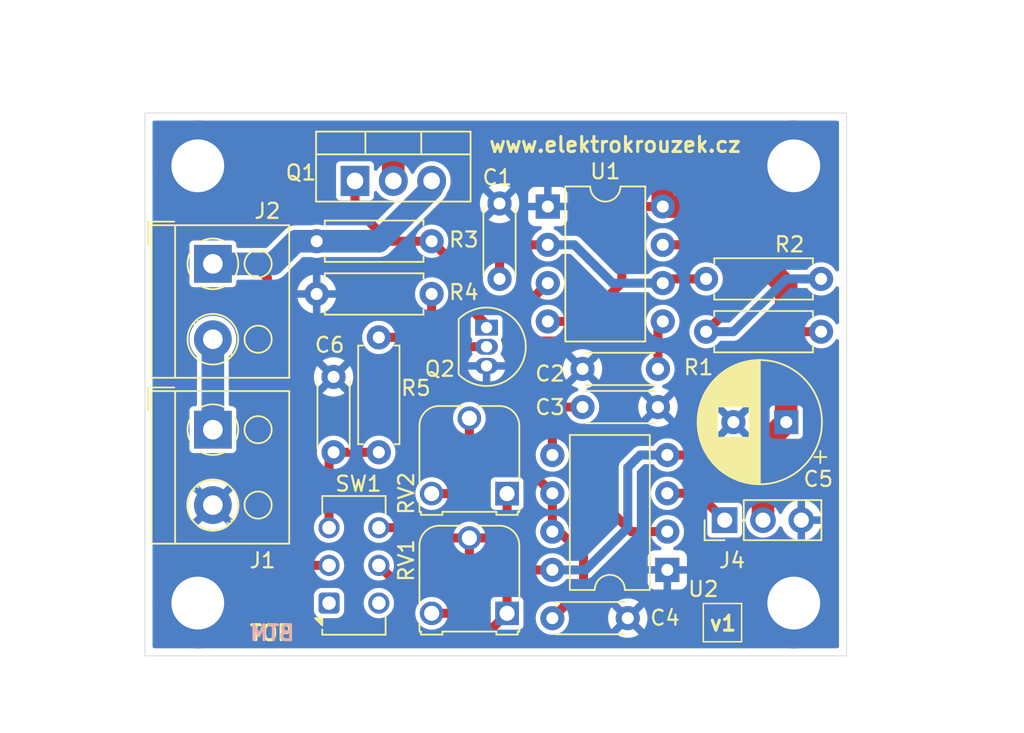
<source format=kicad_pcb>
(kicad_pcb (version 20240108) (generator "pcbnew") (generator_version "8.0")
  (layers (0 "F.Cu" signal) (31 "B.Cu" signal) (34 "B.Paste" user) (35 "F.Paste" user) (36 "B.SilkS" user "B.Silkscreen") (37 "F.SilkS" user "F.Silkscreen") (38 "B.Mask" user) (39 "F.Mask" user) (44 "Edge.Cuts" user))
  (net 0 "")
  (net 1 "Net-(U1-THR)")
  (net 2 "GND")
  (net 3 "Net-(U1-CV)")
  (net 4 "Net-(U2-CV)")
  (net 5 "Net-(U2-DIS)")
  (net 6 "VCC")
  (net 7 "ON")
  (net 8 "Net-(J1-Pin_1)")
  (net 9 "+6V")
  (net 10 "Net-(J4-Pin_1)")
  (net 11 "Net-(Q1-G)")
  (net 12 "Net-(Q2-B)")
  (net 13 "Net-(U1-DIS)")
  (net 14 "Net-(RV1-Pad2)")
  (net 17 "Net-(U1-Q)")
  (footprint "Capacitor_THT:C_Disc_D4.3mm_W1.9mm_P5.00mm" (layer "F.Cu") (at 159 80)
    (property "Reference" "C3" (at -2.155 0.01 0) (layer "F.SilkS"))
    (property "Value" "10n")
    (pad "1" thru_hole circle (at 0 0) (size 1.6 1.6) (drill 0.8) (layers "*.Cu" "*.Mask") (net 4 "Net-(U2-CV)"))
    (pad "2" thru_hole circle (at 5 0) (size 1.6 1.6) (drill 0.8) (layers "*.Cu" "*.Mask") (net 2 "GND"))
  )
  (footprint "TerminalBlock_RND:TerminalBlock_RND_205-00001_1x02_P5.00mm_Horizontal" (layer "F.Cu") (at 134.5 81.5 -90)
    (property "Reference" "J1" (at 8.67 -3.295 360) (layer "F.SilkS"))
    (property "Value" "Screw_Terminal_01x02")
    (pad "1" thru_hole rect (at 0 0 270) (size 2.5 2.5) (drill 1.3) (layers "*.Cu" "*.Mask") (net 8 "Net-(J1-Pin_1)"))
    (pad "2" thru_hole circle (at 5 0 270) (size 2.5 2.5) (drill 1.3) (layers "*.Cu" "*.Mask") (net 2 "GND"))
  )
  (footprint "TerminalBlock_RND:TerminalBlock_RND_205-00001_1x02_P5.00mm_Horizontal" (layer "F.Cu") (at 134.5 70.5 -90)
    (property "Reference" "J2" (at -3.5075 -3.6125 0) (layer "F.SilkS"))
    (property "Value" "Screw_Terminal_01x02")
    (pad "1" thru_hole rect (at 0 0 270) (size 2.5 2.5) (drill 1.3) (layers "*.Cu" "*.Mask") (net 9 "+6V"))
    (pad "2" thru_hole circle (at 5 0 270) (size 2.5 2.5) (drill 1.3) (layers "*.Cu" "*.Mask") (net 8 "Net-(J1-Pin_1)"))
  )
  (footprint "Button_Switch_THT:SW_CK_JS202011CQN_DPDT_Straight" (layer "F.Cu") (at 142.2 93 90)
    (property "Reference" "SW1" (at 7.91 1.945 180) (layer "F.SilkS"))
    (property "Value" "DPDT")
    (pad "1" thru_hole roundrect (at 0 0 90) (size 1.4 1.4) (drill 0.9) (layers "*.Cu" "*.Mask") (roundrect_rratio 0.1785714286))
    (pad "2" thru_hole circle (at 2.5 0 90) (size 1.4 1.4) (drill 0.9) (layers "*.Cu" "*.Mask") (net 9 "+6V"))
    (pad "3" thru_hole circle (at 5 0 90) (size 1.4 1.4) (drill 0.9) (layers "*.Cu" "*.Mask") (net 7 "ON"))
    (pad "4" thru_hole circle (at 5 3.3 90) (size 1.4 1.4) (drill 0.9) (layers "*.Cu" "*.Mask") (net 14 "Net-(RV1-Pad2)"))
    (pad "5" thru_hole circle (at 2.5 3.3 90) (size 1.4 1.4) (drill 0.9) (layers "*.Cu" "*.Mask") (net 6 "VCC"))
    (pad "6" thru_hole circle (at 0 3.3 90) (size 1.4 1.4) (drill 0.9) (layers "*.Cu" "*.Mask"))
  )
  (footprint "Capacitor_THT:C_Disc_D4.3mm_W1.9mm_P5.00mm" (layer "F.Cu") (at 164 77.47 180)
    (property "Reference" "C2" (at 7.155 -0.3175 360) (layer "F.SilkS"))
    (property "Value" "10n")
    (pad "1" thru_hole circle (at 0 0 180) (size 1.6 1.6) (drill 0.8) (layers "*.Cu" "*.Mask") (net 3 "Net-(U1-CV)"))
    (pad "2" thru_hole circle (at 5 0 180) (size 1.6 1.6) (drill 0.8) (layers "*.Cu" "*.Mask") (net 2 "GND"))
  )
  (footprint "Resistor_THT:R_Axial_DIN0207_L6.3mm_D2.5mm_P7.62mm_Horizontal" (layer "F.Cu") (at 174.81 75 180)
    (property "Reference" "R1" (at 8.1225 -2.37 360) (layer "F.SilkS"))
    (property "Value" "270k")
    (pad "1" thru_hole circle (at 0 0 180) (size 1.6 1.6) (drill 0.8) (layers "*.Cu" "*.Mask") (net 6 "VCC"))
    (pad "2" thru_hole oval (at 7.62 0 180) (size 1.6 1.6) (drill 0.8) (layers "*.Cu" "*.Mask") (net 13 "Net-(U1-DIS)"))
  )
  (footprint "Capacitor_THT:C_Disc_D4.3mm_W1.9mm_P5.00mm" (layer "F.Cu") (at 142.5 78 -90)
    (property "Reference" "C6" (at -2.1175 0.26 180) (layer "F.SilkS"))
    (property "Value" "1u")
    (pad "1" thru_hole circle (at 0 0 270) (size 1.6 1.6) (drill 0.8) (layers "*.Cu" "*.Mask") (net 2 "GND"))
    (pad "2" thru_hole circle (at 5 0 270) (size 1.6 1.6) (drill 0.8) (layers "*.Cu" "*.Mask") (net 7 "ON"))
  )
  (footprint "Potentiometer_THT:Potentiometer_Runtron_RM-065_Vertical" (layer "F.Cu") (at 154 85.74 180)
    (property "Reference" "RV2" (at 6.68 0.015 90) (layer "F.SilkS"))
    (property "Value" "10k")
    (pad "1" thru_hole rect (at 0 0 180) (size 1.56 1.56) (drill 1) (layers "*.Cu" "*.Mask") (net 14 "Net-(RV1-Pad2)"))
    (pad "2" thru_hole circle (at 2.5 5 180) (size 1.56 1.56) (drill 1) (layers "*.Cu" "*.Mask") (net 5 "Net-(U2-DIS)"))
    (pad "3" thru_hole circle (at 5 0 180) (size 1.56 1.56) (drill 1) (layers "*.Cu" "*.Mask") (net 5 "Net-(U2-DIS)"))
  )
  (footprint "Capacitor_THT:CP_Radial_D8.0mm_P3.50mm" (layer "F.Cu") (at 172.5 81 180)
    (property "Reference" "C5" (at -2.125 -3.7725 360) (layer "F.SilkS"))
    (property "Value" "470uF/16V")
    (pad "1" thru_hole rect (at 0 0 180) (size 1.6 1.6) (drill 0.8) (layers "*.Cu" "*.Mask") (net 6 "VCC"))
    (pad "2" thru_hole circle (at 3.5 0 180) (size 1.6 1.6) (drill 0.8) (layers "*.Cu" "*.Mask") (net 2 "GND"))
  )
  (footprint "Resistor_THT:R_Axial_DIN0207_L6.3mm_D2.5mm_P7.62mm_Horizontal" (layer "F.Cu") (at 141.38 69)
    (property "Reference" "R3" (at 9.75 -0.1025 0) (layer "F.SilkS"))
    (property "Value" "1M")
    (pad "1" thru_hole circle (at 0 0) (size 1.6 1.6) (drill 0.8) (layers "*.Cu" "*.Mask") (net 9 "+6V"))
    (pad "2" thru_hole oval (at 7.62 0) (size 1.6 1.6) (drill 0.8) (layers "*.Cu" "*.Mask") (net 11 "Net-(Q1-G)"))
  )
  (footprint "Package_DIP:DIP-8_W7.62mm" (layer "F.Cu") (at 156.7 66.7)
    (property "Reference" "U1" (at 3.81 -2.33 0) (layer "F.SilkS"))
    (property "Value" "NE555P")
    (pad "1" thru_hole rect (at 0 0) (size 1.6 1.6) (drill 0.8) (layers "*.Cu" "*.Mask") (net 2 "GND"))
    (pad "2" thru_hole oval (at 0 2.54) (size 1.6 1.6) (drill 0.8) (layers "*.Cu" "*.Mask") (net 1 "Net-(U1-THR)"))
    (pad "3" thru_hole oval (at 0 5.08) (size 1.6 1.6) (drill 0.8) (layers "*.Cu" "*.Mask") (net 17 "Net-(U1-Q)"))
    (pad "4" thru_hole oval (at 0 7.62) (size 1.6 1.6) (drill 0.8) (layers "*.Cu" "*.Mask") (net 6 "VCC"))
    (pad "5" thru_hole oval (at 7.62 7.62) (size 1.6 1.6) (drill 0.8) (layers "*.Cu" "*.Mask") (net 3 "Net-(U1-CV)"))
    (pad "6" thru_hole oval (at 7.62 5.08) (size 1.6 1.6) (drill 0.8) (layers "*.Cu" "*.Mask") (net 1 "Net-(U1-THR)"))
    (pad "7" thru_hole oval (at 7.62 2.54) (size 1.6 1.6) (drill 0.8) (layers "*.Cu" "*.Mask") (net 13 "Net-(U1-DIS)"))
    (pad "8" thru_hole oval (at 7.62 0) (size 1.6 1.6) (drill 0.8) (layers "*.Cu" "*.Mask") (net 6 "VCC"))
  )
  (footprint "Resistor_THT:R_Axial_DIN0207_L6.3mm_D2.5mm_P7.62mm_Horizontal" (layer "F.Cu") (at 174.81 71.5 180)
    (property "Reference" "R2" (at 2.09 2.285 360) (layer "F.SilkS"))
    (property "Value" "10k")
    (pad "1" thru_hole circle (at 0 0 180) (size 1.6 1.6) (drill 0.8) (layers "*.Cu" "*.Mask") (net 13 "Net-(U1-DIS)"))
    (pad "2" thru_hole oval (at 7.62 0 180) (size 1.6 1.6) (drill 0.8) (layers "*.Cu" "*.Mask") (net 1 "Net-(U1-THR)"))
  )
  (footprint "Connector_PinHeader_2.54mm:PinHeader_1x03_P2.54mm_Vertical" (layer "F.Cu") (at 168.42 87.5 90)
    (property "Reference" "J4" (at -2.67 0.49 180) (layer "F.SilkS"))
    (property "Value" "Servo")
    (pad "1" thru_hole rect (at 0 0 90) (size 1.7 1.7) (drill 1) (layers "*.Cu" "*.Mask") (net 10 "Net-(J4-Pin_1)"))
    (pad "2" thru_hole oval (at 0 2.54 90) (size 1.7 1.7) (drill 1) (layers "*.Cu" "*.Mask") (net 6 "VCC"))
    (pad "3" thru_hole oval (at 0 5.08 90) (size 1.7 1.7) (drill 1) (layers "*.Cu" "*.Mask") (net 2 "GND"))
  )
  (footprint "Package_TO_SOT_THT:TO-92_Inline" (layer "F.Cu") (at 152.64 74.73 -90)
    (property "Reference" "Q2" (at 2.74 3.0975 180) (layer "F.SilkS"))
    (property "Value" "BC548")
    (pad "1" thru_hole rect (at 0 0 270) (size 1.05 1.5) (drill 0.75) (layers "*.Cu" "*.Mask") (net 11 "Net-(Q1-G)"))
    (pad "2" thru_hole oval (at 1.27 0 270) (size 1.05 1.5) (drill 0.75) (layers "*.Cu" "*.Mask") (net 12 "Net-(Q2-B)"))
    (pad "3" thru_hole oval (at 2.54 0 270) (size 1.05 1.5) (drill 0.75) (layers "*.Cu" "*.Mask") (net 2 "GND"))
  )
  (footprint "Capacitor_THT:C_Disc_D4.3mm_W1.9mm_P5.00mm" (layer "F.Cu") (at 157 94)
    (property "Reference" "C4" (at 7.465 -0.02 0) (layer "F.SilkS"))
    (property "Value" "100n")
    (pad "1" thru_hole circle (at 0 0) (size 1.6 1.6) (drill 0.8) (layers "*.Cu" "*.Mask") (net 5 "Net-(U2-DIS)"))
    (pad "2" thru_hole circle (at 5 0) (size 1.6 1.6) (drill 0.8) (layers "*.Cu" "*.Mask") (net 2 "GND"))
  )
  (footprint "Capacitor_THT:C_Disc_D4.3mm_W1.9mm_P5.00mm" (layer "F.Cu") (at 153.5 71.5 90)
    (property "Reference" "C1" (at 6.73 -0.1475 180) (layer "F.SilkS"))
    (property "Value" "100n")
    (pad "1" thru_hole circle (at 0 0 90) (size 1.6 1.6) (drill 0.8) (layers "*.Cu" "*.Mask") (net 1 "Net-(U1-THR)"))
    (pad "2" thru_hole circle (at 5 0 90) (size 1.6 1.6) (drill 0.8) (layers "*.Cu" "*.Mask") (net 2 "GND"))
  )
  (footprint "Package_TO_SOT_THT:TO-220-3_Vertical" (layer "F.Cu") (at 143.92 65)
    (property "Reference" "Q1" (at -3.585 -0.5475 360) (layer "F.SilkS"))
    (property "Value" "IRF9540N")
    (pad "1" thru_hole rect (at 0 0) (size 1.905 2) (drill 1.1) (layers "*.Cu" "*.Mask") (net 11 "Net-(Q1-G)"))
    (pad "2" thru_hole oval (at 2.54 0) (size 1.905 2) (drill 1.1) (layers "*.Cu" "*.Mask") (net 6 "VCC"))
    (pad "3" thru_hole oval (at 5.08 0) (size 1.905 2) (drill 1.1) (layers "*.Cu" "*.Mask") (net 9 "+6V"))
  )
  (footprint "Potentiometer_THT:Potentiometer_Runtron_RM-065_Vertical" (layer "F.Cu") (at 154 93.68 180)
    (property "Reference" "RV1" (at 6.68 3.51 90) (layer "F.SilkS"))
    (property "Value" "22k")
    (pad "1" thru_hole rect (at 0 0 180) (size 1.56 1.56) (drill 1) (layers "*.Cu" "*.Mask") (net 6 "VCC"))
    (pad "2" thru_hole circle (at 2.5 5 180) (size 1.56 1.56) (drill 1) (layers "*.Cu" "*.Mask") (net 14 "Net-(RV1-Pad2)"))
    (pad "3" thru_hole circle (at 5 0 180) (size 1.56 1.56) (drill 1) (layers "*.Cu" "*.Mask") (net 14 "Net-(RV1-Pad2)"))
  )
  (footprint "Resistor_THT:R_Axial_DIN0207_L6.3mm_D2.5mm_P7.62mm_Horizontal" (layer "F.Cu") (at 149 72.5 180)
    (property "Reference" "R4" (at -2.13 0.11 360) (layer "F.SilkS"))
    (property "Value" "1M")
    (pad "1" thru_hole circle (at 0 0 180) (size 1.6 1.6) (drill 0.8) (layers "*.Cu" "*.Mask") (net 12 "Net-(Q2-B)"))
    (pad "2" thru_hole oval (at 7.62 0 180) (size 1.6 1.6) (drill 0.8) (layers "*.Cu" "*.Mask") (net 2 "GND"))
  )
  (footprint "Package_DIP:DIP-8_W7.62mm" (layer "F.Cu") (at 164.62 90.8 180)
    (property "Reference" "U2" (at -2.385 -1.275 360) (layer "F.SilkS"))
    (property "Value" "NE555P")
    (pad "1" thru_hole rect (at 0 0 180) (size 1.6 1.6) (drill 0.8) (layers "*.Cu" "*.Mask") (net 2 "GND"))
    (pad "2" thru_hole oval (at 0 2.54 180) (size 1.6 1.6) (drill 0.8) (layers "*.Cu" "*.Mask") (net 17 "Net-(U1-Q)"))
    (pad "3" thru_hole oval (at 0 5.08 180) (size 1.6 1.6) (drill 0.8) (layers "*.Cu" "*.Mask") (net 10 "Net-(J4-Pin_1)"))
    (pad "4" thru_hole oval (at 0 7.62 180) (size 1.6 1.6) (drill 0.8) (layers "*.Cu" "*.Mask") (net 6 "VCC"))
    (pad "5" thru_hole oval (at 7.62 7.62 180) (size 1.6 1.6) (drill 0.8) (layers "*.Cu" "*.Mask") (net 4 "Net-(U2-CV)"))
    (pad "6" thru_hole oval (at 7.62 5.08 180) (size 1.6 1.6) (drill 0.8) (layers "*.Cu" "*.Mask") (net 5 "Net-(U2-DIS)"))
    (pad "7" thru_hole oval (at 7.62 2.54 180) (size 1.6 1.6) (drill 0.8) (layers "*.Cu" "*.Mask") (net 5 "Net-(U2-DIS)"))
    (pad "8" thru_hole oval (at 7.62 0 180) (size 1.6 1.6) (drill 0.8) (layers "*.Cu" "*.Mask") (net 6 "VCC"))
  )
  (footprint "Resistor_THT:R_Axial_DIN0207_L6.3mm_D2.5mm_P7.62mm_Horizontal" (layer "F.Cu") (at 145.5 83 90)
    (property "Reference" "R5" (at 4.26 2.455 180) (layer "F.SilkS"))
    (property "Value" "100k")
    (pad "1" thru_hole circle (at 0 0 90) (size 1.6 1.6) (drill 0.8) (layers "*.Cu" "*.Mask") (net 7 "ON"))
    (pad "2" thru_hole oval (at 7.62 0 90) (size 1.6 1.6) (drill 0.8) (layers "*.Cu" "*.Mask") (net 12 "Net-(Q2-B)"))
  )
  (gr_line (start 169.545 93.0275) (end 167.005 93.0275) (stroke (width 0.1)) (layer "F.SilkS"))
  (gr_line (start 167.005 93.0275) (end 167.005 93.6625) (stroke (width 0.1)) (layer "F.SilkS"))
  (gr_line (start 167.005 93.6625) (end 167.005 95.5675) (stroke (width 0.1)) (layer "F.SilkS"))
  (gr_line (start 169.545 95.5675) (end 169.545 93.0275) (stroke (width 0.1)) (layer "F.SilkS"))
  (gr_line (start 167.005 95.5675) (end 169.545 95.5675) (stroke (width 0.1)) (layer "F.SilkS"))
  (gr_line (start 176.5 60.5) (end 176.5 96.5) (stroke (width 0.05)) (layer "Edge.Cuts"))
  (gr_line (start 130 60.5) (end 176.5 60.5) (stroke (width 0.05)) (layer "Edge.Cuts"))
  (gr_line (start 176.5 96.5) (end 130 96.5) (stroke (width 0.05)) (layer "Edge.Cuts"))
  (gr_line (start 130 96.5) (end 130 60.5) (stroke (width 0.05)) (layer "Edge.Cuts"))
  (gr_text "BTM" (at 140.0175 95.5675 0) (layer "B.SilkS") (effects (font (size 1 1) (thickness 0.2) (bold yes)) (justify left bottom mirror)))
  (gr_text "TOP" (at 136.8425 95.5675 0) (layer "F.SilkS") (effects (font (size 1 1) (thickness 0.2) (bold yes)) (justify left bottom)))
  (gr_text "v1" (at 167.3225 94.9325 0) (layer "F.SilkS") (effects (font (size 1 1) (thickness 0.2) (bold yes)) (justify left bottom)))
  (gr_text "www.elektrokrouzek.cz" (at 152.7175 63.1825 0) (layer "F.SilkS") (effects (font (size 1 1) (thickness 0.2) (bold yes)) (justify left bottom)))
  (segment (start 153.5 70.3375) (end 153.5 71.5) (width 0.6) (layer "F.Cu") (net 1))
  (segment (start 167.19 71.5) (end 164.6 71.5) (width 0.6) (layer "F.Cu") (net 1))
  (segment (start 164.6 71.5) (end 164.32 71.78) (width 0.6) (layer "F.Cu") (net 1))
  (segment (start 154.5975 69.24) (end 153.5 70.3375) (width 0.6) (layer "F.Cu") (net 1))
  (segment (start 156.7 69.24) (end 154.5975 69.24) (width 0.6) (layer "F.Cu") (net 1))
  (segment (start 158.4575 69.24) (end 156.7 69.24) (width 0.6) (layer "B.Cu") (net 1))
  (segment (start 160.9975 71.78) (end 158.4575 69.24) (width 0.6) (layer "B.Cu") (net 1))
  (segment (start 164.32 71.78) (end 160.9975 71.78) (width 0.6) (layer "B.Cu") (net 1))
  (via (at 173 93) (size 6) (drill 3.5) (layers "F.Cu" "B.Cu") (net 2))
  (via (at 173 64) (size 6) (drill 3.5) (layers "F.Cu" "B.Cu") (net 2))
  (via (at 133.5 93) (size 6) (drill 3.5) (layers "F.Cu" "B.Cu") (net 2))
  (via (at 133.5 64) (size 6) (drill 3.5) (layers "F.Cu" "B.Cu") (net 2))
  (segment (start 164 74.64) (end 164.32 74.32) (width 0.6) (layer "F.Cu") (net 3))
  (segment (start 164 77.47) (end 164 74.64) (width 0.6) (layer "F.Cu") (net 3))
  (segment (start 157 83.18) (end 157 80.49) (width 0.6) (layer "F.Cu") (net 4))
  (segment (start 157.49 80) (end 159 80) (width 0.6) (layer "F.Cu") (net 4))
  (segment (start 157 80.49) (end 157.49 80) (width 0.6) (layer "F.Cu") (net 4))
  (segment (start 157 88.26) (end 157.475 88.26) (width 0.6) (layer "F.Cu") (net 5))
  (segment (start 157 85.72) (end 154.7825 83.5025) (width 0.6) (layer "F.Cu") (net 5))
  (segment (start 151.5 85.355) (end 151.13 85.725) (width 0.6) (layer "F.Cu") (net 5))
  (segment (start 157 94) (end 159.0675 91.9325) (width 0.6) (layer "F.Cu") (net 5))
  (segment (start 151.13 85.725) (end 150.1775 85.725) (width 0.6) (layer "F.Cu") (net 5))
  (segment (start 150.1625 85.74) (end 149 85.74) (width 0.6) (layer "F.Cu") (net 5))
  (segment (start 159.0675 91.9325) (end 159.0675 89.8525) (width 0.6) (layer "F.Cu") (net 5))
  (segment (start 157 88.26) (end 157 85.72) (width 0.6) (layer "F.Cu") (net 5))
  (segment (start 157.475 88.26) (end 159.0675 89.8525) (width 0.6) (layer "F.Cu") (net 5))
  (segment (start 151.5 80.74) (end 151.5 83.5025) (width 0.6) (layer "F.Cu") (net 5))
  (segment (start 154.7825 83.5025) (end 151.5 83.5025) (width 0.6) (layer "F.Cu") (net 5))
  (segment (start 150.1775 85.725) (end 150.1625 85.74) (width 0.6) (layer "F.Cu") (net 5))
  (segment (start 151.5 83.5025) (end 151.5 85.355) (width 0.6) (layer "F.Cu") (net 5))
  (segment (start 164.32 66.7) (end 162.535 66.7) (width 0.6) (layer "F.Cu") (net 6))
  (segment (start 172.5 75) (end 172.5 81) (width 1.5) (layer "F.Cu") (net 6))
  (segment (start 164.32 66.7) (end 164.32 63.6725) (width 1.5) (layer "F.Cu") (net 6))
  (segment (start 170.96 87.5) (end 170.96 83.5) (width 1.5) (layer "F.Cu") (net 6))
  (segment (start 154.945 90.8) (end 157 90.8) (width 0.6) (layer "F.Cu") (net 6))
  (segment (start 159.0425 74.32) (end 161.6075 71.755) (width 0.6) (layer "F.Cu") (net 6))
  (segment (start 170.96 83.5) (end 170.96 82.54) (width 1.5) (layer "F.Cu") (net 6))
  (segment (start 174.81 75) (end 172.5 75) (width 0.6) (layer "F.Cu") (net 6))
  (segment (start 148.2725 95.5675) (end 152.1125 95.5675) (width 0.6) (layer "F.Cu") (net 6))
  (segment (start 147.5 62.5) (end 146.46 63.54) (width 1.5) (layer "F.Cu") (net 6))
  (segment (start 170.64 83.18) (end 170.96 83.5) (width 0.6) (layer "F.Cu") (net 6))
  (segment (start 154 91.745) (end 154.945 90.8) (width 0.6) (layer "F.Cu") (net 6))
  (segment (start 164.32 66.7) (end 167.2 66.7) (width 1.5) (layer "F.Cu") (net 6))
  (segment (start 156.7 74.32) (end 159.0425 74.32) (width 0.6) (layer "F.Cu") (net 6))
  (segment (start 147.0025 92.0025) (end 147.0025 94.2975) (width 0.6) (layer "F.Cu") (net 6))
  (segment (start 170.96 82.54) (end 172.5 81) (width 1.5) (layer "F.Cu") (net 6))
  (segment (start 162.535 66.7) (end 161.6075 67.6275) (width 0.6) (layer "F.Cu") (net 6))
  (segment (start 154 93.68) (end 154 91.745) (width 0.6) (layer "F.Cu") (net 6))
  (segment (start 161.6075 71.755) (end 161.6075 67.6275) (width 0.6) (layer "F.Cu") (net 6))
  (segment (start 164.32 63.6725) (end 163.1475 62.5) (width 1.5) (layer "F.Cu") (net 6))
  (segment (start 145.5 90.5) (end 147.0025 92.0025) (width 0.6) (layer "F.Cu") (net 6))
  (segment (start 147.0025 94.2975) (end 148.2725 95.5675) (width 0.6) (layer "F.Cu") (net 6))
  (segment (start 146.46 63.54) (end 146.46 65) (width 1.5) (layer "F.Cu") (net 6))
  (segment (start 167.2 66.7) (end 172.5 72) (width 1.5) (layer "F.Cu") (net 6))
  (segment (start 164.62 83.18) (end 170.64 83.18) (width 0.6) (layer "F.Cu") (net 6))
  (segment (start 152.1125 95.5675) (end 154 93.68) (width 0.6) (layer "F.Cu") (net 6))
  (segment (start 172.5 72) (end 172.5 75) (width 1.5) (layer "F.Cu") (net 6))
  (segment (start 163.1475 62.5) (end 147.5 62.5) (width 1.5) (layer "F.Cu") (net 6))
  (segment (start 162 84) (end 162 88) (width 0.6) (layer "B.Cu") (net 6))
  (segment (start 162.82 83.18) (end 162 84) (width 0.6) (layer "B.Cu") (net 6))
  (segment (start 159.2 90.8) (end 157 90.8) (width 0.6) (layer "B.Cu") (net 6))
  (segment (start 162 88) (end 159.2 90.8) (width 0.6) (layer "B.Cu") (net 6))
  (segment (start 164.62 83.18) (end 162.82 83.18) (width 0.6) (layer "B.Cu") (net 6))
  (segment (start 142.2 88) (end 142.2 83.3) (width 0.6) (layer "F.Cu") (net 7))
  (segment (start 145.5 83) (end 142.5 83) (width 0.6) (layer "F.Cu") (net 7))
  (segment (start 142.2 83.3) (end 142.5 83) (width 0.6) (layer "F.Cu") (net 7))
  (segment (start 134.5 81.5) (end 134.5 75.5) (width 1.5) (layer "B.Cu") (net 8))
  (segment (start 137.145 70.5) (end 134.5 70.5) (width 0.6) (layer "F.Cu") (net 9))
  (segment (start 142.2 90.5) (end 140.3475 90.5) (width 0.6) (layer "F.Cu") (net 9))
  (segment (start 138.1125 71.4375) (end 137.16 70.485) (width 0.6) (layer "F.Cu") (net 9))
  (segment (start 140.3475 90.5) (end 138.1125 88.265) (width 0.6) (layer "F.Cu") (net 9))
  (segment (start 138.1125 88.265) (end 138.1125 71.4375) (width 0.6) (layer "F.Cu") (net 9))
  (segment (start 137.16 70.485) (end 137.145 70.5) (width 0.6) (layer "F.Cu") (net 9))
  (segment (start 134.5 70.5) (end 138.5 70.5) (width 1.5) (layer "B.Cu") (net 9))
  (segment (start 140 69) (end 141.38 69) (width 1.5) (layer "B.Cu") (net 9))
  (segment (start 145.5 69) (end 149 65.5) (width 1.5) (layer "B.Cu") (net 9))
  (segment (start 141.38 69) (end 145.5 69) (width 1.5) (layer "B.Cu") (net 9))
  (segment (start 149 65.5) (end 149 65) (width 1.5) (layer "B.Cu") (net 9))
  (segment (start 138.5 70.5) (end 140 69) (width 1.5) (layer "B.Cu") (net 9))
  (segment (start 164.62 85.72) (end 166.64 85.72) (width 0.6) (layer "F.Cu") (net 10))
  (segment (start 166.64 85.72) (end 168.42 87.5) (width 0.6) (layer "F.Cu") (net 10))
  (segment (start 152.64 74.535) (end 150.8125 72.7075) (width 0.6) (layer "F.Cu") (net 11))
  (segment (start 152.64 74.73) (end 152.64 74.535) (width 0.6) (layer "F.Cu") (net 11))
  (segment (start 146.1525 69) (end 143.92 66.7675) (width 0.6) (layer "F.Cu") (net 11))
  (segment (start 150.8125 72.7075) (end 150.8125 70.8125) (width 0.6) (layer "F.Cu") (net 11))
  (segment (start 150.8125 70.8125) (end 149 69) (width 0.6) (layer "F.Cu") (net 11))
  (segment (start 143.92 66.7675) (end 143.92 65) (width 0.6) (layer "F.Cu") (net 11))
  (segment (start 149 69) (end 146.1525 69) (width 0.6) (layer "F.Cu") (net 11))
  (segment (start 150.93 76) (end 150.31 75.38) (width 0.6) (layer "F.Cu") (net 12))
  (segment (start 149 75.2875) (end 148.9075 75.38) (width 0.6) (layer "F.Cu") (net 12))
  (segment (start 148.9075 75.38) (end 145.5 75.38) (width 0.6) (layer "F.Cu") (net 12))
  (segment (start 152.64 76) (end 150.93 76) (width 0.6) (layer "F.Cu") (net 12))
  (segment (start 150.31 75.38) (end 148.9075 75.38) (width 0.6) (layer "F.Cu") (net 12))
  (segment (start 149 72.5) (end 149 75.2875) (width 0.6) (layer "F.Cu") (net 12))
  (segment (start 169 73.19) (end 167.19 75) (width 0.6) (layer "F.Cu") (net 13))
  (segment (start 164.32 69.24) (end 167.24 69.24) (width 0.6) (layer "F.Cu") (net 13))
  (segment (start 167.24 69.24) (end 169 71) (width 0.6) (layer "F.Cu") (net 13))
  (segment (start 169 71) (end 169 73.19) (width 0.6) (layer "F.Cu") (net 13))
  (segment (start 172.5 71.5) (end 169 75) (width 0.6) (layer "B.Cu") (net 13))
  (segment (start 174.81 71.5) (end 172.5 71.5) (width 0.6) (layer "B.Cu") (net 13))
  (segment (start 169 75) (end 167.19 75) (width 0.6) (layer "B.Cu") (net 13))
  (segment (start 148.37 88.68) (end 147.69 88) (width 0.6) (layer "F.Cu") (net 14))
  (segment (start 151.5 92.975) (end 150.8125 93.6625) (width 0.6) (layer "F.Cu") (net 14))
  (segment (start 150.8125 93.6625) (end 150.1775 93.6625) (width 0.6) (layer "F.Cu") (net 14))
  (segment (start 152.9375 88.68) (end 154 87.6175) (width 0.6) (layer "F.Cu") (net 14))
  (segment (start 154 87.6175) (end 154 85.74) (width 0.6) (layer "F.Cu") (net 14))
  (segment (start 151.5 88.68) (end 151.5 92.975) (width 0.6) (layer "F.Cu") (net 14))
  (segment (start 151.5 88.68) (end 148.37 88.68) (width 0.6) (layer "F.Cu") (net 14))
  (segment (start 151.5 88.68) (end 152.9375 88.68) (width 0.6) (layer "F.Cu") (net 14))
  (segment (start 150.16 93.68) (end 149 93.68) (width 0.6) (layer "F.Cu") (net 14))
  (segment (start 150.1775 93.6625) (end 150.16 93.68) (width 0.6) (layer "F.Cu") (net 14))
  (segment (start 147.69 88) (end 145.5 88) (width 0.6) (layer "F.Cu") (net 14))
  (segment (start 162.2375 88.26) (end 160.9725 86.995) (width 0.6) (layer "F.Cu") (net 17))
  (segment (start 154.94 75.2475) (end 154.94 73.54) (width 0.6) (layer "F.Cu") (net 17))
  (segment (start 160.075 75.62) (end 155.3125 75.62) (width 0.6) (layer "F.Cu") (net 17))
  (segment (start 164.62 88.26) (end 162.2375 88.26) (width 0.6) (layer "F.Cu") (net 17))
  (segment (start 154.94 73.54) (end 156.7 71.78) (width 0.6) (layer "F.Cu") (net 17))
  (segment (start 160.9725 86.995) (end 160.9725 76.5175) (width 0.6) (layer "F.Cu") (net 17))
  (segment (start 160.9725 76.5175) (end 160.075 75.62) (width 0.6) (layer "F.Cu") (net 17))
  (segment (start 155.3125 75.62) (end 154.94 75.2475) (width 0.6) (layer "F.Cu") (net 17))
  (zone (net 2) (net_name "GND") (layer "B.Cu") (connect_pads (clearance 0.3)) (min_thickness 0.25) (fill yes (thermal_gap 0.5) (thermal_bridge_width 0.5))
    (polygon (pts (xy 130 96.5) (xy 130 60.5) (xy 176.5 60.5) (xy 176.5 96.5)))
  )
)
</source>
